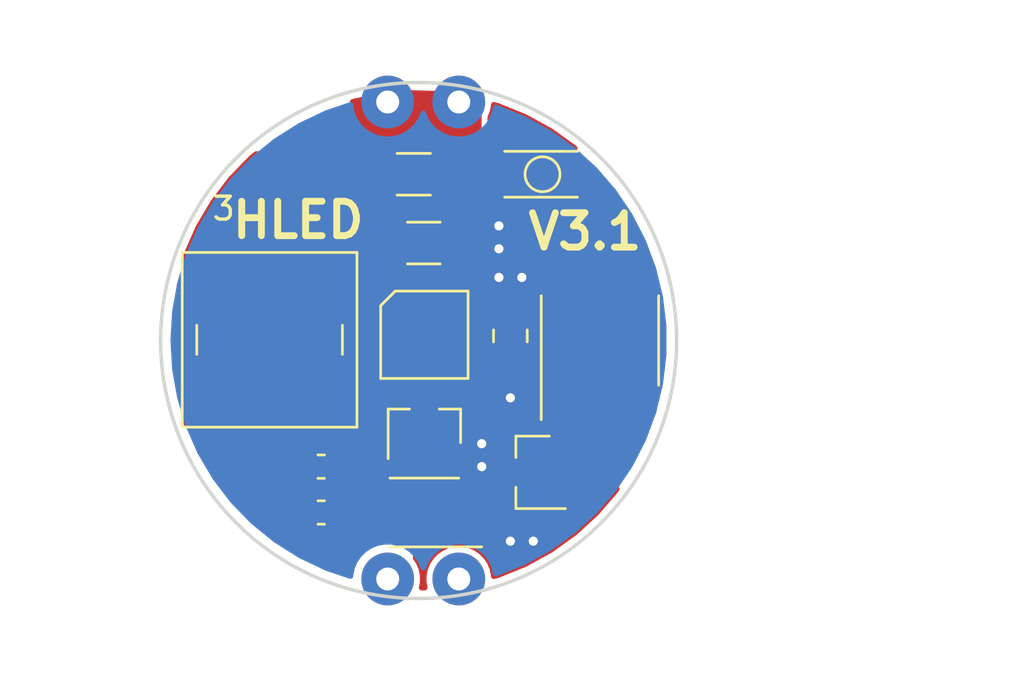
<source format=kicad_pcb>
(kicad_pcb (version 20171130) (host pcbnew "(5.1.9)-1")

  (general
    (thickness 1.6)
    (drawings 4)
    (tracks 50)
    (zones 0)
    (modules 13)
    (nets 15)
  )

  (page A4)
  (layers
    (0 F.Cu signal)
    (31 B.Cu signal)
    (32 B.Adhes user)
    (33 F.Adhes user)
    (34 B.Paste user)
    (35 F.Paste user)
    (36 B.SilkS user)
    (37 F.SilkS user)
    (38 B.Mask user)
    (39 F.Mask user)
    (40 Dwgs.User user)
    (41 Cmts.User user)
    (42 Eco1.User user)
    (43 Eco2.User user)
    (44 Edge.Cuts user)
    (45 Margin user)
    (46 B.CrtYd user)
    (47 F.CrtYd user)
    (48 B.Fab user)
    (49 F.Fab user)
  )

  (setup
    (last_trace_width 0.25)
    (user_trace_width 0.5)
    (user_trace_width 0.75)
    (trace_clearance 0.2)
    (zone_clearance 0.254)
    (zone_45_only yes)
    (trace_min 0.2)
    (via_size 0.8)
    (via_drill 0.4)
    (via_min_size 0.4)
    (via_min_drill 0.3)
    (uvia_size 0.3)
    (uvia_drill 0.1)
    (uvias_allowed no)
    (uvia_min_size 0.2)
    (uvia_min_drill 0.1)
    (edge_width 0.05)
    (segment_width 0.2)
    (pcb_text_width 0.3)
    (pcb_text_size 1.5 1.5)
    (mod_edge_width 0.12)
    (mod_text_size 1 1)
    (mod_text_width 0.15)
    (pad_size 1.524 1.524)
    (pad_drill 0.762)
    (pad_to_mask_clearance 0)
    (aux_axis_origin 0 0)
    (visible_elements 7FFFFFFF)
    (pcbplotparams
      (layerselection 0x010fc_ffffffff)
      (usegerberextensions false)
      (usegerberattributes true)
      (usegerberadvancedattributes true)
      (creategerberjobfile true)
      (excludeedgelayer true)
      (linewidth 0.100000)
      (plotframeref false)
      (viasonmask false)
      (mode 1)
      (useauxorigin false)
      (hpglpennumber 1)
      (hpglpenspeed 20)
      (hpglpendiameter 15.000000)
      (psnegative false)
      (psa4output false)
      (plotreference true)
      (plotvalue true)
      (plotinvisibletext false)
      (padsonsilk false)
      (subtractmaskfromsilk false)
      (outputformat 1)
      (mirror false)
      (drillshape 1)
      (scaleselection 1)
      (outputdirectory ""))
  )

  (net 0 "")
  (net 1 GND)
  (net 2 +3V0)
  (net 3 "Net-(C5-Pad2)")
  (net 4 "Net-(C5-Pad1)")
  (net 5 "Net-(IC2-Pad5)")
  (net 6 "Net-(D1-Pad2)")
  (net 7 "Net-(B1-Pad1)")
  (net 8 "Net-(IC1-Pad7)")
  (net 9 "Net-(IC1-Pad6)")
  (net 10 "Net-(IC1-Pad5)")
  (net 11 "Net-(IC1-Pad4)")
  (net 12 "Net-(IC1-Pad3)")
  (net 13 "Net-(IC1-Pad2)")
  (net 14 VCC)

  (net_class Default "This is the default net class."
    (clearance 0.2)
    (trace_width 0.25)
    (via_dia 0.8)
    (via_drill 0.4)
    (uvia_dia 0.3)
    (uvia_drill 0.1)
    (add_net +3V0)
    (add_net GND)
    (add_net "Net-(B1-Pad1)")
    (add_net "Net-(C5-Pad1)")
    (add_net "Net-(C5-Pad2)")
    (add_net "Net-(D1-Pad2)")
    (add_net "Net-(IC1-Pad2)")
    (add_net "Net-(IC1-Pad3)")
    (add_net "Net-(IC1-Pad4)")
    (add_net "Net-(IC1-Pad5)")
    (add_net "Net-(IC1-Pad6)")
    (add_net "Net-(IC1-Pad7)")
    (add_net "Net-(IC2-Pad5)")
    (add_net VCC)
  )

  (module tritiled_library:KXT-321-LHS (layer F.Cu) (tedit 60275D68) (tstamp 6027BB0F)
    (at 154.75 85.5)
    (path /602640D6)
    (fp_text reference SW1 (at 7.25 -0.25) (layer F.Fab)
      (effects (font (size 1 1) (thickness 0.15)))
    )
    (fp_text value SMD_SWITCH3020 (at 16 -0.25) (layer F.Fab)
      (effects (font (size 1 1) (thickness 0.15)))
    )
    (fp_circle (center 1.651 0) (end 1.651 -0.762) (layer F.SilkS) (width 0.12))
    (fp_line (start 0 -1) (end 3.175 -1) (layer F.SilkS) (width 0.12))
    (fp_line (start 0 1) (end 3.175 1) (layer F.SilkS) (width 0.12))
    (pad 2 smd rect (at 3.25 0 90) (size 1.5 0.55) (layers F.Cu F.Paste F.Mask)
      (net 11 "Net-(IC1-Pad4)"))
    (pad 1 smd rect (at 0 0 90) (size 1.5 0.55) (layers F.Cu F.Paste F.Mask)
      (net 1 GND))
    (model C:/Users/chuff/Documents/GitHub/tritiled/hardware/kicad/tritiled_library.3dmodel/KXT321LHS.stp
      (offset (xyz 1.65 0 0))
      (scale (xyz 1 1 1))
      (rotate (xyz 0 0 0))
    )
  )

  (module tritiled_library:OSLON-LV (layer F.Cu) (tedit 60275A0D) (tstamp 6027B0D0)
    (at 151.25 92.5 270)
    (path /6026E578)
    (fp_text reference D1 (at -4.75 -13 180) (layer F.Fab)
      (effects (font (size 1 1) (thickness 0.15)))
    )
    (fp_text value "OSLON SV" (at -4.75 -18.25 180) (layer F.Fab)
      (effects (font (size 1 1) (thickness 0.15)))
    )
    (fp_line (start -1.905 -1.905) (end 1.905 -1.905) (layer F.SilkS) (width 0.12))
    (fp_line (start 1.905 -1.905) (end 1.905 1.905) (layer F.SilkS) (width 0.12))
    (fp_line (start 1.905 1.905) (end -1.27 1.905) (layer F.SilkS) (width 0.12))
    (fp_line (start -1.905 1.27) (end -1.905 -1.905) (layer F.SilkS) (width 0.12))
    (fp_line (start -1.905 1.27) (end -1.27 1.905) (layer F.SilkS) (width 0.12))
    (pad 3 smd rect (at 0 0 270) (size 2.8 1) (layers F.Cu F.Paste F.Mask)
      (solder_mask_margin 0.05) (solder_paste_margin -0.075))
    (pad 2 smd rect (at 0 -1.125 270) (size 2.8 0.55) (layers F.Cu F.Paste F.Mask)
      (net 6 "Net-(D1-Pad2)") (solder_mask_margin 0.05) (solder_paste_margin -0.075))
    (pad 1 smd rect (at 0 1.125 270) (size 2.8 0.55) (layers F.Cu F.Paste F.Mask)
      (net 2 +3V0) (solder_mask_margin 0.05) (solder_paste_margin -0.075))
    (model C:/Users/chuff/Documents/GitHub/tritiled/hardware/kicad/tritiled_library.3dmodel/LUW_CVBP_CE_20140509_geometry.STEP
      (offset (xyz 0 0 0.7))
      (scale (xyz 1 1 1))
      (rotate (xyz 0 0 90))
    )
  )

  (module tritiled_library:Bourns-SRR6028 (layer F.Cu) (tedit 602760EF) (tstamp 6027DA6C)
    (at 144.5 92.72 270)
    (path /6026CF70)
    (fp_text reference L1 (at 0.03 10.75 180) (layer F.Fab)
      (effects (font (size 1 1) (thickness 0.15)))
    )
    (fp_text value 1mH (at 0.03 7.5 180) (layer F.Fab)
      (effects (font (size 1 1) (thickness 0.15)))
    )
    (fp_line (start -3.81 -3.81) (end 3.81 -3.81) (layer F.SilkS) (width 0.12))
    (fp_line (start 3.81 -3.81) (end 3.81 3.81) (layer F.SilkS) (width 0.12))
    (fp_line (start 3.81 3.81) (end -3.81 3.81) (layer F.SilkS) (width 0.12))
    (fp_line (start -3.81 3.81) (end -3.81 -3.81) (layer F.SilkS) (width 0.12))
    (fp_line (start -0.635 -3.175) (end 0.635 -3.175) (layer F.SilkS) (width 0.12))
    (fp_line (start -0.635 3.175) (end 0.635 3.175) (layer F.SilkS) (width 0.12))
    (pad 2 smd custom (at 2.97 0 180) (size 0.287 0.287) (layers F.Cu F.Paste F.Mask)
      (net 6 "Net-(D1-Pad2)") (zone_connect 2)
      (options (clearance convexhull) (anchor circle))
      (primitives
        (gr_poly (pts
           (xy 3.485114 -0.603607) (xy 3.573607 -0.515114) (xy 3.630423 -0.403607) (xy 3.65 -0.28) (xy 3.65 1.92)
           (xy 2.487469 1.92) (xy 2.34771 1.636486) (xy 2.175775 1.371249) (xy 1.97402 1.127923) (xy 1.74521 0.909844)
           (xy 1.492481 0.72) (xy 1.219297 0.560993) (xy 0.929403 0.435003) (xy 0.62677 0.343756) (xy 0.315547 0.288502)
           (xy 0 0.27) (xy -0.315547 0.288502) (xy -0.62677 0.343756) (xy -0.929403 0.435003) (xy -1.219297 0.560993)
           (xy -1.492481 0.72) (xy -1.74521 0.909844) (xy -1.97402 1.127923) (xy -2.175775 1.371249) (xy -2.34771 1.636486)
           (xy -2.487469 1.92) (xy -3.65 1.92) (xy -3.65 -0.28) (xy -3.630423 -0.403607) (xy -3.573607 -0.515114)
           (xy -3.485114 -0.603607) (xy -3.373607 -0.660423) (xy -3.25 -0.68) (xy 3.25 -0.68) (xy 3.373607 -0.660423)
) (width 0))
      ))
    (pad 1 smd custom (at -2.97 0) (size 0.287 0.287) (layers F.Cu F.Paste F.Mask)
      (net 2 +3V0) (zone_connect 2)
      (options (clearance convexhull) (anchor circle))
      (primitives
        (gr_poly (pts
           (xy 3.485114 -0.603607) (xy 3.573607 -0.515114) (xy 3.630423 -0.403607) (xy 3.65 -0.28) (xy 3.65 1.92)
           (xy 2.487469 1.92) (xy 2.34771 1.636486) (xy 2.175775 1.371249) (xy 1.97402 1.127923) (xy 1.74521 0.909844)
           (xy 1.492481 0.72) (xy 1.219297 0.560993) (xy 0.929403 0.435003) (xy 0.62677 0.343756) (xy 0.315547 0.288502)
           (xy 0 0.27) (xy -0.315547 0.288502) (xy -0.62677 0.343756) (xy -0.929403 0.435003) (xy -1.219297 0.560993)
           (xy -1.492481 0.72) (xy -1.74521 0.909844) (xy -1.97402 1.127923) (xy -2.175775 1.371249) (xy -2.34771 1.636486)
           (xy -2.487469 1.92) (xy -3.65 1.92) (xy -3.65 -0.28) (xy -3.630423 -0.403607) (xy -3.573607 -0.515114)
           (xy -3.485114 -0.603607) (xy -3.373607 -0.660423) (xy -3.25 -0.68) (xy 3.25 -0.68) (xy 3.373607 -0.660423)
) (width 0))
      ))
    (model C:/Users/chuff/Documents/GitHub/tritiled/hardware/kicad/tritiled_library.3dmodel/srr6028.stp
      (at (xyz 0 0 0))
      (scale (xyz 1 1 1))
      (rotate (xyz -90 0 0))
    )
  )

  (module tritiled_library:BAT-HLD-001-THM (layer B.Cu) (tedit 602743DE) (tstamp 6027DC30)
    (at 151.25 92.75 90)
    (path /6026B199)
    (fp_text reference B1 (at 14 -13 180) (layer F.Fab)
      (effects (font (size 1 1) (thickness 0.15)))
    )
    (fp_text value BAT-HLD-0010-THM_CR2032 (at 14 0) (layer F.Fab)
      (effects (font (size 1 1) (thickness 0.15)))
    )
    (pad 1 thru_hole circle (at 10.4 -1.6 90) (size 2.3 2.3) (drill 1) (layers *.Cu *.Mask)
      (net 7 "Net-(B1-Pad1)"))
    (pad 1 thru_hole circle (at -10.4 -1.6 90) (size 2.3 2.3) (drill 1) (layers *.Cu *.Mask)
      (net 7 "Net-(B1-Pad1)"))
    (pad 1 thru_hole circle (at 10.4 1.5 90) (size 2.3 2.3) (drill 1) (layers *.Cu *.Mask)
      (net 7 "Net-(B1-Pad1)"))
    (pad 1 thru_hole circle (at -10.4 1.5 90) (size 2.3 2.3) (drill 1) (layers *.Cu *.Mask)
      (net 7 "Net-(B1-Pad1)"))
    (pad 2 smd circle (at 0 0 90) (size 17.8 17.8) (layers B.Cu B.Paste B.Mask)
      (net 1 GND))
    (model C:/Users/chuff/Documents/GitHub/tritiled/hardware/kicad/tritiled_library.3dmodel/BAT-HLD-001-THM.STEP
      (at (xyz 0 0 0))
      (scale (xyz 1 1 1))
      (rotate (xyz -90 0 0))
    )
  )

  (module Package_TO_SOT_SMD:SOT-23 (layer F.Cu) (tedit 5A02FF57) (tstamp 60274BD3)
    (at 151.25 96.5 90)
    (descr "SOT-23, Standard")
    (tags SOT-23)
    (path /602E335B)
    (attr smd)
    (fp_text reference Q1 (at -8.5 -15.25 180) (layer F.Fab)
      (effects (font (size 1 1) (thickness 0.15)))
    )
    (fp_text value IRLML62244 (at -8.5 -9 180) (layer F.Fab)
      (effects (font (size 1 1) (thickness 0.15)))
    )
    (fp_line (start 0.76 1.58) (end -0.7 1.58) (layer F.SilkS) (width 0.12))
    (fp_line (start 0.76 -1.58) (end -1.4 -1.58) (layer F.SilkS) (width 0.12))
    (fp_line (start -1.7 1.75) (end -1.7 -1.75) (layer F.CrtYd) (width 0.05))
    (fp_line (start 1.7 1.75) (end -1.7 1.75) (layer F.CrtYd) (width 0.05))
    (fp_line (start 1.7 -1.75) (end 1.7 1.75) (layer F.CrtYd) (width 0.05))
    (fp_line (start -1.7 -1.75) (end 1.7 -1.75) (layer F.CrtYd) (width 0.05))
    (fp_line (start 0.76 -1.58) (end 0.76 -0.65) (layer F.SilkS) (width 0.12))
    (fp_line (start 0.76 1.58) (end 0.76 0.65) (layer F.SilkS) (width 0.12))
    (fp_line (start -0.7 1.52) (end 0.7 1.52) (layer F.Fab) (width 0.1))
    (fp_line (start 0.7 -1.52) (end 0.7 1.52) (layer F.Fab) (width 0.1))
    (fp_line (start -0.7 -0.95) (end -0.15 -1.52) (layer F.Fab) (width 0.1))
    (fp_line (start -0.15 -1.52) (end 0.7 -1.52) (layer F.Fab) (width 0.1))
    (fp_line (start -0.7 -0.95) (end -0.7 1.5) (layer F.Fab) (width 0.1))
    (fp_text user %R (at 0 0) (layer F.Fab)
      (effects (font (size 0.5 0.5) (thickness 0.075)))
    )
    (pad 3 smd rect (at 1 0 90) (size 0.9 0.8) (layers F.Cu F.Paste F.Mask)
      (net 6 "Net-(D1-Pad2)"))
    (pad 2 smd rect (at -1 0.95 90) (size 0.9 0.8) (layers F.Cu F.Paste F.Mask)
      (net 1 GND))
    (pad 1 smd rect (at -1 -0.95 90) (size 0.9 0.8) (layers F.Cu F.Paste F.Mask)
      (net 5 "Net-(IC2-Pad5)"))
    (model ${KISYS3DMOD}/Package_TO_SOT_SMD.3dshapes/SOT-23.wrl
      (at (xyz 0 0 0))
      (scale (xyz 1 1 1))
      (rotate (xyz 0 0 0))
    )
  )

  (module Package_SO:SOIC-8_3.9x4.9mm_P1.27mm (layer F.Cu) (tedit 5D9F72B1) (tstamp 6026055C)
    (at 158.905 92.75 90)
    (descr "SOIC, 8 Pin (JEDEC MS-012AA, https://www.analog.com/media/en/package-pcb-resources/package/pkg_pdf/soic_narrow-r/r_8.pdf), generated with kicad-footprint-generator ipc_gullwing_generator.py")
    (tags "SOIC SO")
    (path /602B434F)
    (attr smd)
    (fp_text reference IC1 (at 0 5.345 180) (layer F.Fab)
      (effects (font (size 1 1) (thickness 0.15)))
    )
    (fp_text value PIC12LF1571 (at 0 12.095 180) (layer F.Fab)
      (effects (font (size 1 1) (thickness 0.15)))
    )
    (fp_line (start 3.7 -2.7) (end -3.7 -2.7) (layer F.CrtYd) (width 0.05))
    (fp_line (start 3.7 2.7) (end 3.7 -2.7) (layer F.CrtYd) (width 0.05))
    (fp_line (start -3.7 2.7) (end 3.7 2.7) (layer F.CrtYd) (width 0.05))
    (fp_line (start -3.7 -2.7) (end -3.7 2.7) (layer F.CrtYd) (width 0.05))
    (fp_line (start -1.95 -1.475) (end -0.975 -2.45) (layer F.Fab) (width 0.1))
    (fp_line (start -1.95 2.45) (end -1.95 -1.475) (layer F.Fab) (width 0.1))
    (fp_line (start 1.95 2.45) (end -1.95 2.45) (layer F.Fab) (width 0.1))
    (fp_line (start 1.95 -2.45) (end 1.95 2.45) (layer F.Fab) (width 0.1))
    (fp_line (start -0.975 -2.45) (end 1.95 -2.45) (layer F.Fab) (width 0.1))
    (fp_line (start 0 -2.56) (end -3.45 -2.56) (layer F.SilkS) (width 0.12))
    (fp_line (start 0 -2.56) (end 1.95 -2.56) (layer F.SilkS) (width 0.12))
    (fp_line (start 0 2.56) (end -1.95 2.56) (layer F.SilkS) (width 0.12))
    (fp_line (start 0 2.56) (end 1.95 2.56) (layer F.SilkS) (width 0.12))
    (fp_text user %R (at 0 0.095 180) (layer F.Fab)
      (effects (font (size 0.98 0.98) (thickness 0.15)))
    )
    (pad 8 smd roundrect (at 2.475 -1.905 90) (size 1.95 0.6) (layers F.Cu F.Paste F.Mask) (roundrect_rratio 0.25)
      (net 1 GND))
    (pad 7 smd roundrect (at 2.475 -0.635 90) (size 1.95 0.6) (layers F.Cu F.Paste F.Mask) (roundrect_rratio 0.25)
      (net 8 "Net-(IC1-Pad7)"))
    (pad 6 smd roundrect (at 2.475 0.635 90) (size 1.95 0.6) (layers F.Cu F.Paste F.Mask) (roundrect_rratio 0.25)
      (net 9 "Net-(IC1-Pad6)"))
    (pad 5 smd roundrect (at 2.475 1.905 90) (size 1.95 0.6) (layers F.Cu F.Paste F.Mask) (roundrect_rratio 0.25)
      (net 10 "Net-(IC1-Pad5)"))
    (pad 4 smd roundrect (at -2.475 1.905 90) (size 1.95 0.6) (layers F.Cu F.Paste F.Mask) (roundrect_rratio 0.25)
      (net 11 "Net-(IC1-Pad4)"))
    (pad 3 smd roundrect (at -2.475 0.635 90) (size 1.95 0.6) (layers F.Cu F.Paste F.Mask) (roundrect_rratio 0.25)
      (net 12 "Net-(IC1-Pad3)"))
    (pad 2 smd roundrect (at -2.475 -0.635 90) (size 1.95 0.6) (layers F.Cu F.Paste F.Mask) (roundrect_rratio 0.25)
      (net 13 "Net-(IC1-Pad2)"))
    (pad 1 smd roundrect (at -2.475 -1.905 90) (size 1.95 0.6) (layers F.Cu F.Paste F.Mask) (roundrect_rratio 0.25)
      (net 2 +3V0))
    (model ${KISYS3DMOD}/Package_SO.3dshapes/SOIC-8_3.9x4.9mm_P1.27mm.wrl
      (at (xyz 0 0 0))
      (scale (xyz 1 1 1))
      (rotate (xyz 0 0 0))
    )
  )

  (module Capacitor_SMD:C_0603_1608Metric (layer F.Cu) (tedit 5F68FEEE) (tstamp 6027DB69)
    (at 146.75 100.25)
    (descr "Capacitor SMD 0603 (1608 Metric), square (rectangular) end terminal, IPC_7351 nominal, (Body size source: IPC-SM-782 page 76, https://www.pcb-3d.com/wordpress/wp-content/uploads/ipc-sm-782a_amendment_1_and_2.pdf), generated with kicad-footprint-generator")
    (tags capacitor)
    (path /6027FD04)
    (attr smd)
    (fp_text reference R3 (at -10.75 0) (layer F.Fab)
      (effects (font (size 1 1) (thickness 0.15)))
    )
    (fp_text value 51k (at -7.75 0) (layer F.Fab)
      (effects (font (size 1 1) (thickness 0.15)))
    )
    (fp_line (start 1.48 0.73) (end -1.48 0.73) (layer F.CrtYd) (width 0.05))
    (fp_line (start 1.48 -0.73) (end 1.48 0.73) (layer F.CrtYd) (width 0.05))
    (fp_line (start -1.48 -0.73) (end 1.48 -0.73) (layer F.CrtYd) (width 0.05))
    (fp_line (start -1.48 0.73) (end -1.48 -0.73) (layer F.CrtYd) (width 0.05))
    (fp_line (start -0.14058 0.51) (end 0.14058 0.51) (layer F.SilkS) (width 0.12))
    (fp_line (start -0.14058 -0.51) (end 0.14058 -0.51) (layer F.SilkS) (width 0.12))
    (fp_line (start 0.8 0.4) (end -0.8 0.4) (layer F.Fab) (width 0.1))
    (fp_line (start 0.8 -0.4) (end 0.8 0.4) (layer F.Fab) (width 0.1))
    (fp_line (start -0.8 -0.4) (end 0.8 -0.4) (layer F.Fab) (width 0.1))
    (fp_line (start -0.8 0.4) (end -0.8 -0.4) (layer F.Fab) (width 0.1))
    (fp_text user %R (at 0 0) (layer F.Fab)
      (effects (font (size 0.4 0.4) (thickness 0.06)))
    )
    (pad 2 smd roundrect (at 0.775 0) (size 0.9 0.95) (layers F.Cu F.Paste F.Mask) (roundrect_rratio 0.25)
      (net 4 "Net-(C5-Pad1)"))
    (pad 1 smd roundrect (at -0.775 0) (size 0.9 0.95) (layers F.Cu F.Paste F.Mask) (roundrect_rratio 0.25)
      (net 14 VCC))
    (model ${KISYS3DMOD}/Capacitor_SMD.3dshapes/C_0603_1608Metric.wrl
      (at (xyz 0 0 0))
      (scale (xyz 1 1 1))
      (rotate (xyz 0 0 0))
    )
  )

  (module Resistor_SMD:R_1206_3216Metric (layer F.Cu) (tedit 5F68FEEE) (tstamp 6027DC71)
    (at 150.7875 85.5)
    (descr "Resistor SMD 1206 (3216 Metric), square (rectangular) end terminal, IPC_7351 nominal, (Body size source: IPC-SM-782 page 72, https://www.pcb-3d.com/wordpress/wp-content/uploads/ipc-sm-782a_amendment_1_and_2.pdf), generated with kicad-footprint-generator")
    (tags resistor)
    (path /60260EF8)
    (attr smd)
    (fp_text reference R2 (at -12.5375 -2.5) (layer F.Fab)
      (effects (font (size 1 1) (thickness 0.15)))
    )
    (fp_text value 100 (at -9.2875 -2.5) (layer F.Fab)
      (effects (font (size 1 1) (thickness 0.15)))
    )
    (fp_line (start 2.28 1.12) (end -2.28 1.12) (layer F.CrtYd) (width 0.05))
    (fp_line (start 2.28 -1.12) (end 2.28 1.12) (layer F.CrtYd) (width 0.05))
    (fp_line (start -2.28 -1.12) (end 2.28 -1.12) (layer F.CrtYd) (width 0.05))
    (fp_line (start -2.28 1.12) (end -2.28 -1.12) (layer F.CrtYd) (width 0.05))
    (fp_line (start -0.727064 0.91) (end 0.727064 0.91) (layer F.SilkS) (width 0.12))
    (fp_line (start -0.727064 -0.91) (end 0.727064 -0.91) (layer F.SilkS) (width 0.12))
    (fp_line (start 1.6 0.8) (end -1.6 0.8) (layer F.Fab) (width 0.1))
    (fp_line (start 1.6 -0.8) (end 1.6 0.8) (layer F.Fab) (width 0.1))
    (fp_line (start -1.6 -0.8) (end 1.6 -0.8) (layer F.Fab) (width 0.1))
    (fp_line (start -1.6 0.8) (end -1.6 -0.8) (layer F.Fab) (width 0.1))
    (fp_text user %R (at 0 0) (layer F.Fab)
      (effects (font (size 0.8 0.8) (thickness 0.12)))
    )
    (pad 2 smd roundrect (at 1.4625 0) (size 1.125 1.75) (layers F.Cu F.Paste F.Mask) (roundrect_rratio 0.222222)
      (net 7 "Net-(B1-Pad1)"))
    (pad 1 smd roundrect (at -1.4625 0) (size 1.125 1.75) (layers F.Cu F.Paste F.Mask) (roundrect_rratio 0.222222)
      (net 2 +3V0))
    (model ${KISYS3DMOD}/Resistor_SMD.3dshapes/R_1206_3216Metric.wrl
      (at (xyz 0 0 0))
      (scale (xyz 1 1 1))
      (rotate (xyz 0 0 0))
    )
  )

  (module Package_TO_SOT_SMD:SOT-23 (layer F.Cu) (tedit 5A02FF57) (tstamp 6027D8E0)
    (at 156 98.5 180)
    (descr "SOT-23, Standard")
    (tags SOT-23)
    (path /602DFF11)
    (attr smd)
    (fp_text reference Q2 (at -7 0) (layer F.Fab)
      (effects (font (size 1 1) (thickness 0.15)))
    )
    (fp_text value DMG2305UX (at -13 0) (layer F.Fab)
      (effects (font (size 1 1) (thickness 0.15)))
    )
    (fp_line (start 0.76 1.58) (end -0.7 1.58) (layer F.SilkS) (width 0.12))
    (fp_line (start 0.76 -1.58) (end -1.4 -1.58) (layer F.SilkS) (width 0.12))
    (fp_line (start -1.7 1.75) (end -1.7 -1.75) (layer F.CrtYd) (width 0.05))
    (fp_line (start 1.7 1.75) (end -1.7 1.75) (layer F.CrtYd) (width 0.05))
    (fp_line (start 1.7 -1.75) (end 1.7 1.75) (layer F.CrtYd) (width 0.05))
    (fp_line (start -1.7 -1.75) (end 1.7 -1.75) (layer F.CrtYd) (width 0.05))
    (fp_line (start 0.76 -1.58) (end 0.76 -0.65) (layer F.SilkS) (width 0.12))
    (fp_line (start 0.76 1.58) (end 0.76 0.65) (layer F.SilkS) (width 0.12))
    (fp_line (start -0.7 1.52) (end 0.7 1.52) (layer F.Fab) (width 0.1))
    (fp_line (start 0.7 -1.52) (end 0.7 1.52) (layer F.Fab) (width 0.1))
    (fp_line (start -0.7 -0.95) (end -0.15 -1.52) (layer F.Fab) (width 0.1))
    (fp_line (start -0.15 -1.52) (end 0.7 -1.52) (layer F.Fab) (width 0.1))
    (fp_line (start -0.7 -0.95) (end -0.7 1.5) (layer F.Fab) (width 0.1))
    (fp_text user %R (at 0 0 90) (layer F.Fab)
      (effects (font (size 0.5 0.5) (thickness 0.075)))
    )
    (pad 3 smd rect (at 1 0 180) (size 0.9 0.8) (layers F.Cu F.Paste F.Mask)
      (net 14 VCC))
    (pad 2 smd rect (at -1 0.95 180) (size 0.9 0.8) (layers F.Cu F.Paste F.Mask)
      (net 2 +3V0))
    (pad 1 smd rect (at -1 -0.95 180) (size 0.9 0.8) (layers F.Cu F.Paste F.Mask)
      (net 13 "Net-(IC1-Pad2)"))
    (model ${KISYS3DMOD}/Package_TO_SOT_SMD.3dshapes/SOT-23.wrl
      (at (xyz 0 0 0))
      (scale (xyz 1 1 1))
      (rotate (xyz 0 0 0))
    )
  )

  (module Package_SO:SSOP-8_2.95x2.8mm_P0.65mm (layer F.Cu) (tedit 5A02F25C) (tstamp 602604F6)
    (at 151.25 100.25 180)
    (descr "SSOP-8 2.9 x2.8mm Pitch 0.65mm")
    (tags "SSOP-8 2.95x2.8mm Pitch 0.65mm")
    (path /60284C31)
    (attr smd)
    (fp_text reference IC2 (at 2.5 -7.25) (layer F.Fab)
      (effects (font (size 1 1) (thickness 0.15)))
    )
    (fp_text value 74LVC1G123 (at -4.25 -7.25) (layer F.Fab)
      (effects (font (size 1 1) (thickness 0.15)))
    )
    (fp_line (start 1.475 -1.4) (end 1.475 1.4) (layer F.Fab) (width 0.1))
    (fp_line (start 1.475 1.4) (end -1.475 1.4) (layer F.Fab) (width 0.1))
    (fp_line (start -1.475 1.4) (end -1.475 -0.7) (layer F.Fab) (width 0.1))
    (fp_line (start -0.475 -1.4) (end 1.475 -1.4) (layer F.Fab) (width 0.1))
    (fp_line (start -0.475 -1.4) (end -1.475 -0.7) (layer F.Fab) (width 0.1))
    (fp_line (start 1.5 -1.5) (end -2.5 -1.5) (layer F.SilkS) (width 0.12))
    (fp_line (start 1.5 1.5) (end -1.5 1.5) (layer F.SilkS) (width 0.12))
    (fp_line (start 2.75 -1.65) (end 2.75 1.65) (layer F.CrtYd) (width 0.05))
    (fp_line (start 2.75 1.65) (end -2.75 1.65) (layer F.CrtYd) (width 0.05))
    (fp_line (start -2.75 1.65) (end -2.75 -1.65) (layer F.CrtYd) (width 0.05))
    (fp_line (start -2.75 -1.65) (end 2.75 -1.65) (layer F.CrtYd) (width 0.05))
    (fp_text user %R (at 0 0) (layer F.Fab)
      (effects (font (size 0.6 0.6) (thickness 0.15)))
    )
    (pad 8 smd rect (at 1.7 -0.975 90) (size 0.3 1.6) (layers F.Cu F.Paste F.Mask)
      (net 14 VCC))
    (pad 7 smd rect (at 1.7 -0.325 90) (size 0.3 1.6) (layers F.Cu F.Paste F.Mask)
      (net 4 "Net-(C5-Pad1)"))
    (pad 6 smd rect (at 1.7 0.325 90) (size 0.3 1.6) (layers F.Cu F.Paste F.Mask)
      (net 3 "Net-(C5-Pad2)"))
    (pad 5 smd rect (at 1.7 0.975 90) (size 0.3 1.6) (layers F.Cu F.Paste F.Mask)
      (net 5 "Net-(IC2-Pad5)"))
    (pad 4 smd rect (at -1.7 0.975 90) (size 0.3 1.6) (layers F.Cu F.Paste F.Mask)
      (net 1 GND))
    (pad 3 smd rect (at -1.7 0.325 90) (size 0.3 1.6) (layers F.Cu F.Paste F.Mask)
      (net 14 VCC))
    (pad 2 smd rect (at -1.7 -0.325 90) (size 0.3 1.6) (layers F.Cu F.Paste F.Mask)
      (net 12 "Net-(IC1-Pad3)"))
    (pad 1 smd rect (at -1.7 -0.975 90) (size 0.3 1.6) (layers F.Cu F.Paste F.Mask)
      (net 1 GND))
    (model ${KISYS3DMOD}/Package_SO.3dshapes/SSOP-8_2.95x2.8mm_P0.65mm.wrl
      (at (xyz 0 0 0))
      (scale (xyz 1 1 1))
      (rotate (xyz 0 0 0))
    )
  )

  (module Capacitor_SMD:C_0603_1608Metric (layer F.Cu) (tedit 5F68FEEE) (tstamp 6027D75D)
    (at 146.75 98.25 180)
    (descr "Capacitor SMD 0603 (1608 Metric), square (rectangular) end terminal, IPC_7351 nominal, (Body size source: IPC-SM-782 page 76, https://www.pcb-3d.com/wordpress/wp-content/uploads/ipc-sm-782a_amendment_1_and_2.pdf), generated with kicad-footprint-generator")
    (tags capacitor)
    (path /6029422F)
    (attr smd)
    (fp_text reference C5 (at 12.75 0) (layer F.Fab)
      (effects (font (size 1 1) (thickness 0.15)))
    )
    (fp_text value 100nF (at 8.75 0) (layer F.Fab)
      (effects (font (size 1 1) (thickness 0.15)))
    )
    (fp_line (start 1.48 0.73) (end -1.48 0.73) (layer F.CrtYd) (width 0.05))
    (fp_line (start 1.48 -0.73) (end 1.48 0.73) (layer F.CrtYd) (width 0.05))
    (fp_line (start -1.48 -0.73) (end 1.48 -0.73) (layer F.CrtYd) (width 0.05))
    (fp_line (start -1.48 0.73) (end -1.48 -0.73) (layer F.CrtYd) (width 0.05))
    (fp_line (start -0.14058 0.51) (end 0.14058 0.51) (layer F.SilkS) (width 0.12))
    (fp_line (start -0.14058 -0.51) (end 0.14058 -0.51) (layer F.SilkS) (width 0.12))
    (fp_line (start 0.8 0.4) (end -0.8 0.4) (layer F.Fab) (width 0.1))
    (fp_line (start 0.8 -0.4) (end 0.8 0.4) (layer F.Fab) (width 0.1))
    (fp_line (start -0.8 -0.4) (end 0.8 -0.4) (layer F.Fab) (width 0.1))
    (fp_line (start -0.8 0.4) (end -0.8 -0.4) (layer F.Fab) (width 0.1))
    (fp_text user %R (at 0 0) (layer F.Fab)
      (effects (font (size 0.4 0.4) (thickness 0.06)))
    )
    (pad 2 smd roundrect (at 0.775 0 180) (size 0.9 0.95) (layers F.Cu F.Paste F.Mask) (roundrect_rratio 0.25)
      (net 3 "Net-(C5-Pad2)"))
    (pad 1 smd roundrect (at -0.775 0 180) (size 0.9 0.95) (layers F.Cu F.Paste F.Mask) (roundrect_rratio 0.25)
      (net 4 "Net-(C5-Pad1)"))
    (model ${KISYS3DMOD}/Capacitor_SMD.3dshapes/C_0603_1608Metric.wrl
      (at (xyz 0 0 0))
      (scale (xyz 1 1 1))
      (rotate (xyz 0 0 0))
    )
  )

  (module Capacitor_SMD:C_1206_3216Metric (layer F.Cu) (tedit 5F68FEEE) (tstamp 6027A212)
    (at 151.225 88.5)
    (descr "Capacitor SMD 1206 (3216 Metric), square (rectangular) end terminal, IPC_7351 nominal, (Body size source: IPC-SM-782 page 76, https://www.pcb-3d.com/wordpress/wp-content/uploads/ipc-sm-782a_amendment_1_and_2.pdf), generated with kicad-footprint-generator")
    (tags capacitor)
    (path /6025FAD5)
    (attr smd)
    (fp_text reference C3 (at -16.975 -2) (layer B.CrtYd)
      (effects (font (size 1 1) (thickness 0.15)))
    )
    (fp_text value 10uF (at -13.475 -2) (layer F.Fab)
      (effects (font (size 1 1) (thickness 0.15)))
    )
    (fp_line (start 2.3 1.15) (end -2.3 1.15) (layer F.CrtYd) (width 0.05))
    (fp_line (start 2.3 -1.15) (end 2.3 1.15) (layer F.CrtYd) (width 0.05))
    (fp_line (start -2.3 -1.15) (end 2.3 -1.15) (layer F.CrtYd) (width 0.05))
    (fp_line (start -2.3 1.15) (end -2.3 -1.15) (layer F.CrtYd) (width 0.05))
    (fp_line (start -0.711252 0.91) (end 0.711252 0.91) (layer F.SilkS) (width 0.12))
    (fp_line (start -0.711252 -0.91) (end 0.711252 -0.91) (layer F.SilkS) (width 0.12))
    (fp_line (start 1.6 0.8) (end -1.6 0.8) (layer F.Fab) (width 0.1))
    (fp_line (start 1.6 -0.8) (end 1.6 0.8) (layer F.Fab) (width 0.1))
    (fp_line (start -1.6 -0.8) (end 1.6 -0.8) (layer F.Fab) (width 0.1))
    (fp_line (start -1.6 0.8) (end -1.6 -0.8) (layer F.Fab) (width 0.1))
    (fp_text user %R (at 0 0) (layer F.Fab)
      (effects (font (size 0.8 0.8) (thickness 0.12)))
    )
    (pad 2 smd roundrect (at 1.475 0) (size 1.15 1.8) (layers F.Cu F.Paste F.Mask) (roundrect_rratio 0.217391)
      (net 1 GND))
    (pad 1 smd roundrect (at -1.475 0) (size 1.15 1.8) (layers F.Cu F.Paste F.Mask) (roundrect_rratio 0.217391)
      (net 2 +3V0))
    (model ${KISYS3DMOD}/Capacitor_SMD.3dshapes/C_1206_3216Metric.wrl
      (at (xyz 0 0 0))
      (scale (xyz 1 1 1))
      (rotate (xyz 0 0 0))
    )
  )

  (module Capacitor_SMD:C_0805_2012Metric (layer F.Cu) (tedit 5F68FEEE) (tstamp 6027A2EF)
    (at 155 92.55 90)
    (descr "Capacitor SMD 0805 (2012 Metric), square (rectangular) end terminal, IPC_7351 nominal, (Body size source: IPC-SM-782 page 76, https://www.pcb-3d.com/wordpress/wp-content/uploads/ipc-sm-782a_amendment_1_and_2.pdf, https://docs.google.com/spreadsheets/d/1BsfQQcO9C6DZCsRaXUlFlo91Tg2WpOkGARC1WS5S8t0/edit?usp=sharing), generated with kicad-footprint-generator")
    (tags capacitor)
    (path /6026020D)
    (attr smd)
    (fp_text reference C2 (at 2.55 9.5 180) (layer F.Fab)
      (effects (font (size 1 1) (thickness 0.15)))
    )
    (fp_text value 1uF (at 2.55 12.5 180) (layer F.Fab)
      (effects (font (size 1 1) (thickness 0.15)))
    )
    (fp_line (start 1.7 0.98) (end -1.7 0.98) (layer F.CrtYd) (width 0.05))
    (fp_line (start 1.7 -0.98) (end 1.7 0.98) (layer F.CrtYd) (width 0.05))
    (fp_line (start -1.7 -0.98) (end 1.7 -0.98) (layer F.CrtYd) (width 0.05))
    (fp_line (start -1.7 0.98) (end -1.7 -0.98) (layer F.CrtYd) (width 0.05))
    (fp_line (start -0.261252 0.735) (end 0.261252 0.735) (layer F.SilkS) (width 0.12))
    (fp_line (start -0.261252 -0.735) (end 0.261252 -0.735) (layer F.SilkS) (width 0.12))
    (fp_line (start 1 0.625) (end -1 0.625) (layer F.Fab) (width 0.1))
    (fp_line (start 1 -0.625) (end 1 0.625) (layer F.Fab) (width 0.1))
    (fp_line (start -1 -0.625) (end 1 -0.625) (layer F.Fab) (width 0.1))
    (fp_line (start -1 0.625) (end -1 -0.625) (layer F.Fab) (width 0.1))
    (fp_text user %R (at 0 0 90) (layer F.Fab)
      (effects (font (size 0.5 0.5) (thickness 0.08)))
    )
    (pad 2 smd roundrect (at 0.95 0 90) (size 1 1.45) (layers F.Cu F.Paste F.Mask) (roundrect_rratio 0.25)
      (net 1 GND))
    (pad 1 smd roundrect (at -0.95 0 90) (size 1 1.45) (layers F.Cu F.Paste F.Mask) (roundrect_rratio 0.25)
      (net 2 +3V0))
    (model ${KISYS3DMOD}/Capacitor_SMD.3dshapes/C_0805_2012Metric.wrl
      (at (xyz 0 0 0))
      (scale (xyz 1 1 1))
      (rotate (xyz 0 0 0))
    )
  )

  (gr_text 3 (at 142.5 87) (layer F.SilkS)
    (effects (font (size 1 1) (thickness 0.15)))
  )
  (gr_text HLED (at 145.75 87.5) (layer F.SilkS)
    (effects (font (size 1.5 1.5) (thickness 0.3)))
  )
  (gr_text V3.1 (at 158.25 88) (layer F.SilkS)
    (effects (font (size 1.5 1.5) (thickness 0.3)))
  )
  (gr_circle (center 151 92.75) (end 162.25 92.75) (layer Edge.Cuts) (width 0.15))

  (via (at 155 95.25) (size 0.8) (drill 0.4) (layers F.Cu B.Cu) (net 1))
  (via (at 153.75 98.25) (size 0.8) (drill 0.4) (layers F.Cu B.Cu) (net 1))
  (via (at 153.75 97.25) (size 0.8) (drill 0.4) (layers F.Cu B.Cu) (net 1))
  (via (at 154.5 87.75) (size 0.8) (drill 0.4) (layers F.Cu B.Cu) (net 1))
  (via (at 154.5 88.75) (size 0.8) (drill 0.4) (layers F.Cu B.Cu) (net 1))
  (via (at 155.5 90) (size 0.8) (drill 0.4) (layers F.Cu B.Cu) (net 1))
  (via (at 154.5 90) (size 0.8) (drill 0.4) (layers F.Cu B.Cu) (net 1))
  (via (at 155 101.5) (size 0.8) (drill 0.4) (layers F.Cu B.Cu) (net 1))
  (via (at 156 101.5) (size 0.8) (drill 0.4) (layers F.Cu B.Cu) (net 1))
  (segment (start 157 97.55) (end 157 95.225) (width 0.5) (layer F.Cu) (net 2))
  (segment (start 155 93.5) (end 156 93.5) (width 0.5) (layer F.Cu) (net 2))
  (segment (start 157 94.5) (end 157 95.225) (width 0.5) (layer F.Cu) (net 2))
  (segment (start 156 93.5) (end 157 94.5) (width 0.5) (layer F.Cu) (net 2))
  (segment (start 150 88.75) (end 149.75 88.5) (width 0.5) (layer F.Cu) (net 2))
  (segment (start 150 90) (end 150 88.75) (width 0.5) (layer F.Cu) (net 2))
  (segment (start 153.75 91.25) (end 152.5 90) (width 0.5) (layer F.Cu) (net 2))
  (segment (start 154.25 93.5) (end 153.75 93) (width 0.5) (layer F.Cu) (net 2))
  (segment (start 152.5 90) (end 150 90) (width 0.5) (layer F.Cu) (net 2))
  (segment (start 153.75 93) (end 153.75 91.25) (width 0.5) (layer F.Cu) (net 2))
  (segment (start 155 93.5) (end 154.25 93.5) (width 0.5) (layer F.Cu) (net 2))
  (segment (start 148.30001 99.72501) (end 148.30001 97.55001) (width 0.25) (layer F.Cu) (net 3))
  (segment (start 148.5 99.925) (end 148.30001 99.72501) (width 0.25) (layer F.Cu) (net 3))
  (segment (start 149.55 99.925) (end 148.5 99.925) (width 0.25) (layer F.Cu) (net 3))
  (segment (start 148.30001 97.55001) (end 148 97.25) (width 0.25) (layer F.Cu) (net 3))
  (segment (start 148 97.25) (end 146.5 97.25) (width 0.25) (layer F.Cu) (net 3))
  (segment (start 145.975 97.775) (end 145.975 98.25) (width 0.25) (layer F.Cu) (net 3))
  (segment (start 146.5 97.25) (end 145.975 97.775) (width 0.25) (layer F.Cu) (net 3))
  (segment (start 147.85 100.575) (end 147.525 100.25) (width 0.25) (layer F.Cu) (net 4))
  (segment (start 149.55 100.575) (end 147.85 100.575) (width 0.25) (layer F.Cu) (net 4))
  (segment (start 147.525 98.25) (end 147.525 100.25) (width 0.25) (layer F.Cu) (net 4))
  (segment (start 150.3 98.525) (end 149.55 99.275) (width 0.25) (layer F.Cu) (net 5))
  (segment (start 150.3 97.5) (end 150.3 98.525) (width 0.25) (layer F.Cu) (net 5))
  (segment (start 158 85.5) (end 158 87) (width 0.25) (layer F.Cu) (net 11))
  (segment (start 160.81 94.25) (end 160.81 95.225) (width 0.25) (layer F.Cu) (net 11))
  (segment (start 158.89501 92.33501) (end 160.81 94.25) (width 0.25) (layer F.Cu) (net 11))
  (segment (start 158.89501 87.89501) (end 158.89501 92.33501) (width 0.25) (layer F.Cu) (net 11))
  (segment (start 158 87) (end 158.89501 87.89501) (width 0.25) (layer F.Cu) (net 11))
  (segment (start 159.54 98.595002) (end 159.54 95.225) (width 0.25) (layer F.Cu) (net 12))
  (segment (start 157.560002 100.575) (end 159.54 98.595002) (width 0.25) (layer F.Cu) (net 12))
  (segment (start 152.95 100.575) (end 157.560002 100.575) (width 0.25) (layer F.Cu) (net 12))
  (segment (start 158.27 98.18) (end 158.27 95.225) (width 0.5) (layer F.Cu) (net 13))
  (segment (start 157 99.45) (end 158.27 98.18) (width 0.5) (layer F.Cu) (net 13))
  (segment (start 146.95 101.225) (end 145.975 100.25) (width 0.25) (layer F.Cu) (net 14))
  (segment (start 149.55 101.225) (end 146.95 101.225) (width 0.25) (layer F.Cu) (net 14))
  (segment (start 152.064998 99.925) (end 152.95 99.925) (width 0.25) (layer F.Cu) (net 14))
  (segment (start 150.764998 101.225) (end 152.064998 99.925) (width 0.25) (layer F.Cu) (net 14))
  (segment (start 149.55 101.225) (end 150.764998 101.225) (width 0.25) (layer F.Cu) (net 14))
  (segment (start 155 98.925) (end 155 98.5) (width 0.25) (layer F.Cu) (net 14))
  (segment (start 154 99.925) (end 155 98.925) (width 0.25) (layer F.Cu) (net 14))
  (segment (start 152.95 99.925) (end 154 99.925) (width 0.25) (layer F.Cu) (net 14))

  (zone (net 7) (net_name "Net-(B1-Pad1)") (layer F.Cu) (tstamp 0) (hatch edge 0.508)
    (priority 1)
    (connect_pads yes (clearance 0.254))
    (min_thickness 0.254)
    (fill yes (arc_segments 32) (thermal_gap 0.508) (thermal_bridge_width 0.508))
    (polygon
      (pts
        (xy 154 86.75) (xy 151 86.75) (xy 151 84) (xy 148 84) (xy 148 81)
        (xy 154 81)
      )
    )
    (filled_polygon
      (pts
        (xy 151.958463 81.998638) (xy 153.223333 82.187461) (xy 153.619 82.295577) (xy 153.619 86.342184) (xy 153.592184 86.369)
        (xy 151.127 86.369) (xy 151.127 84) (xy 151.12456 83.975224) (xy 151.117333 83.951399) (xy 151.105597 83.929443)
        (xy 151.089803 83.910197) (xy 151.070557 83.894403) (xy 151.048601 83.882667) (xy 151.024776 83.87544) (xy 151 83.873)
        (xy 148.127 83.873) (xy 148.127 82.347136) (xy 148.15484 82.337724) (xy 149.406303 82.0743) (xy 150.680138 81.96074)
      )
    )
  )
  (zone (net 2) (net_name +3V0) (layer F.Cu) (tstamp 6027DC0D) (hatch edge 0.508)
    (connect_pads yes (clearance 0.254))
    (min_thickness 0.254)
    (fill yes (arc_segments 32) (thermal_gap 0.508) (thermal_bridge_width 0.508))
    (polygon
      (pts
        (xy 151 90.25) (xy 150.75 90.5) (xy 150.75 94.5) (xy 149.75 94.5) (xy 148.5 93.25)
        (xy 148.5 91.75) (xy 140.75 91.75) (xy 140.75 84.5) (xy 151 84.5)
      )
    )
    (filled_polygon
      (pts
        (xy 150.619 86.592184) (xy 150.480592 86.730592) (xy 150.43321 86.788328) (xy 150.398002 86.854198) (xy 150.376321 86.925671)
        (xy 150.369 87) (xy 150.369 91.081287) (xy 150.367157 91.1) (xy 150.367157 93.9) (xy 150.369 93.918713)
        (xy 150.369 94.119) (xy 149.657816 94.119) (xy 148.769408 93.230592) (xy 148.711672 93.18321) (xy 148.645802 93.148002)
        (xy 148.627 93.142299) (xy 148.627 91.75) (xy 148.62456 91.725224) (xy 148.617333 91.701399) (xy 148.605597 91.679443)
        (xy 148.589803 91.660197) (xy 148.570557 91.644403) (xy 148.548601 91.632667) (xy 148.524776 91.62544) (xy 148.5 91.623)
        (xy 147.127 91.623) (xy 147.127 90.25) (xy 147.12456 90.225224) (xy 147.117333 90.201399) (xy 147.105597 90.179443)
        (xy 147.089803 90.160197) (xy 146.839803 89.910197) (xy 146.820557 89.894403) (xy 146.798601 89.882667) (xy 146.774776 89.87544)
        (xy 146.75 89.873) (xy 142.25 89.873) (xy 142.225224 89.87544) (xy 142.201399 89.882667) (xy 142.179443 89.894403)
        (xy 142.160197 89.910197) (xy 141.910197 90.160197) (xy 141.894403 90.179443) (xy 141.882667 90.201399) (xy 141.87544 90.225224)
        (xy 141.873 90.25) (xy 141.873 91.623) (xy 140.877 91.623) (xy 140.877 89.006222) (xy 140.881492 88.991512)
        (xy 141.397041 87.821144) (xy 142.047395 86.719967) (xy 142.823424 85.703438) (xy 143.714233 84.785828) (xy 143.909974 84.627)
        (xy 150.619 84.627)
      )
    )
  )
  (zone (net 1) (net_name GND) (layer F.Cu) (tstamp 0) (hatch edge 0.508)
    (priority 2)
    (connect_pads yes (clearance 0.254))
    (min_thickness 0.254)
    (fill yes (arc_segments 32) (thermal_gap 0.508) (thermal_bridge_width 0.508) (smoothing chamfer) (radius 0.25))
    (polygon
      (pts
        (xy 165 93.25) (xy 158.5 105) (xy 150.75 105) (xy 150.75 94.5625) (xy 150.75 86.75)
        (xy 154 86.75) (xy 154 82) (xy 165 82)
      )
    )
    (filled_polygon
      (pts
        (xy 159.579659 99.299801) (xy 158.744773 100.268572) (xy 157.801168 101.131799) (xy 156.76209 101.877363) (xy 155.642124 102.4948)
        (xy 154.456993 102.975441) (xy 154.281 103.023531) (xy 154.281 102.99921) (xy 154.222165 102.703424) (xy 154.106755 102.424799)
        (xy 153.939205 102.174044) (xy 153.725956 101.960795) (xy 153.475201 101.793245) (xy 153.196576 101.677835) (xy 152.90079 101.619)
        (xy 152.59921 101.619) (xy 152.303424 101.677835) (xy 152.024799 101.793245) (xy 151.774044 101.960795) (xy 151.560795 102.174044)
        (xy 151.393245 102.424799) (xy 151.277835 102.703424) (xy 151.219 102.99921) (xy 151.219 103.30079) (xy 151.262997 103.52198)
        (xy 151.136256 103.525738) (xy 151.181 103.30079) (xy 151.181 102.99921) (xy 151.122165 102.703424) (xy 151.006755 102.424799)
        (xy 150.877 102.230608) (xy 150.877 101.719793) (xy 150.959573 101.694745) (xy 151.047477 101.647759) (xy 151.124525 101.584527)
        (xy 151.140374 101.565215) (xy 151.80946 100.89613) (xy 151.831678 100.937696) (xy 151.879289 100.995711) (xy 151.937304 101.043322)
        (xy 152.003492 101.078701) (xy 152.075311 101.100487) (xy 152.15 101.107843) (xy 153.75 101.107843) (xy 153.824689 101.100487)
        (xy 153.888929 101.081) (xy 157.535156 101.081) (xy 157.560002 101.083447) (xy 157.584848 101.081) (xy 157.584856 101.081)
        (xy 157.659195 101.073678) (xy 157.754577 101.044745) (xy 157.842481 100.997759) (xy 157.919529 100.934527) (xy 157.935378 100.915215)
        (xy 159.639217 99.211376)
      )
    )
    (filled_polygon
      (pts
        (xy 153.781899 93.924268) (xy 153.801657 93.948343) (xy 153.825732 93.968101) (xy 153.825734 93.968103) (xy 153.833759 93.974689)
        (xy 153.897739 94.027196) (xy 153.983568 94.073073) (xy 153.99881 94.101589) (xy 154.077512 94.197488) (xy 154.173411 94.27619)
        (xy 154.282821 94.334671) (xy 154.401538 94.370683) (xy 154.525 94.382843) (xy 155.475 94.382843) (xy 155.598462 94.370683)
        (xy 155.717179 94.334671) (xy 155.826589 94.27619) (xy 155.858024 94.250392) (xy 156.317157 94.709526) (xy 156.317157 96.05)
        (xy 156.327395 96.153953) (xy 156.357717 96.25391) (xy 156.369001 96.27502) (xy 156.369 96.814736) (xy 156.337304 96.831678)
        (xy 156.279289 96.879289) (xy 156.231678 96.937304) (xy 156.196299 97.003492) (xy 156.174513 97.075311) (xy 156.167157 97.15)
        (xy 156.167157 97.95) (xy 156.174513 98.024689) (xy 156.196299 98.096508) (xy 156.231678 98.162696) (xy 156.279289 98.220711)
        (xy 156.337304 98.268322) (xy 156.403492 98.303701) (xy 156.475311 98.325487) (xy 156.55 98.332843) (xy 157.224788 98.332843)
        (xy 156.890475 98.667157) (xy 156.55 98.667157) (xy 156.475311 98.674513) (xy 156.403492 98.696299) (xy 156.337304 98.731678)
        (xy 156.279289 98.779289) (xy 156.231678 98.837304) (xy 156.196299 98.903492) (xy 156.174513 98.975311) (xy 156.167157 99.05)
        (xy 156.167157 99.85) (xy 156.174513 99.924689) (xy 156.196299 99.996508) (xy 156.231678 100.062696) (xy 156.236851 100.069)
        (xy 154.571591 100.069) (xy 155.34022 99.300372) (xy 155.359527 99.284527) (xy 155.360909 99.282843) (xy 155.45 99.282843)
        (xy 155.524689 99.275487) (xy 155.596508 99.253701) (xy 155.662696 99.218322) (xy 155.720711 99.170711) (xy 155.768322 99.112696)
        (xy 155.803701 99.046508) (xy 155.825487 98.974689) (xy 155.832843 98.9) (xy 155.832843 98.1) (xy 155.825487 98.025311)
        (xy 155.803701 97.953492) (xy 155.768322 97.887304) (xy 155.720711 97.829289) (xy 155.662696 97.781678) (xy 155.596508 97.746299)
        (xy 155.524689 97.724513) (xy 155.45 97.717157) (xy 154.55 97.717157) (xy 154.475311 97.724513) (xy 154.403492 97.746299)
        (xy 154.337304 97.781678) (xy 154.279289 97.829289) (xy 154.231678 97.887304) (xy 154.196299 97.953492) (xy 154.174513 98.025311)
        (xy 154.167157 98.1) (xy 154.167157 98.9) (xy 154.174513 98.974689) (xy 154.188526 99.020883) (xy 153.811222 99.398187)
        (xy 153.75 99.392157) (xy 152.15 99.392157) (xy 152.075311 99.399513) (xy 152.003492 99.421299) (xy 152.000485 99.422906)
        (xy 151.965805 99.426322) (xy 151.870423 99.455255) (xy 151.782519 99.502241) (xy 151.705471 99.565473) (xy 151.689627 99.584779)
        (xy 150.877 100.397407) (xy 150.877 98.287402) (xy 150.912696 98.268322) (xy 150.970711 98.220711) (xy 151.018322 98.162696)
        (xy 151.053701 98.096508) (xy 151.075487 98.024689) (xy 151.082843 97.95) (xy 151.082843 97.05) (xy 151.075487 96.975311)
        (xy 151.053701 96.903492) (xy 151.041679 96.881) (xy 153 96.881) (xy 153.074329 96.873679) (xy 153.145802 96.851998)
        (xy 153.211672 96.81679) (xy 153.269408 96.769408) (xy 153.31679 96.711672) (xy 153.351998 96.645802) (xy 153.373679 96.574329)
        (xy 153.381 96.5) (xy 153.381 93.523368)
      )
    )
    (filled_polygon
      (pts
        (xy 154.456993 82.524559) (xy 155.642124 83.0052) (xy 156.76209 83.622637) (xy 157.799713 84.367157) (xy 157.725 84.367157)
        (xy 157.650311 84.374513) (xy 157.578492 84.396299) (xy 157.512304 84.431678) (xy 157.454289 84.479289) (xy 157.406678 84.537304)
        (xy 157.371299 84.603492) (xy 157.349513 84.675311) (xy 157.342157 84.75) (xy 157.342157 86.25) (xy 157.349513 86.324689)
        (xy 157.371299 86.396508) (xy 157.406678 86.462696) (xy 157.454289 86.520711) (xy 157.494001 86.553301) (xy 157.494001 86.975144)
        (xy 157.491553 87) (xy 157.501322 87.099192) (xy 157.530255 87.194574) (xy 157.530256 87.194575) (xy 157.577242 87.282479)
        (xy 157.640474 87.359527) (xy 157.65978 87.375371) (xy 158.38901 88.104602) (xy 158.38901 88.917157) (xy 158.12 88.917157)
        (xy 158.016047 88.927395) (xy 157.91609 88.957717) (xy 157.823968 89.006957) (xy 157.743223 89.073223) (xy 157.676957 89.153968)
        (xy 157.627717 89.24609) (xy 157.597395 89.346047) (xy 157.587157 89.45) (xy 157.587157 91.1) (xy 157.597395 91.203953)
        (xy 157.627717 91.30391) (xy 157.676957 91.396032) (xy 157.743223 91.476777) (xy 157.823968 91.543043) (xy 157.91609 91.592283)
        (xy 158.016047 91.622605) (xy 158.12 91.632843) (xy 158.389011 91.632843) (xy 158.389011 92.310154) (xy 158.386563 92.33501)
        (xy 158.396332 92.434202) (xy 158.425265 92.529584) (xy 158.437064 92.551657) (xy 158.472252 92.617489) (xy 158.535484 92.694537)
        (xy 158.554791 92.710382) (xy 159.713921 93.869513) (xy 159.69 93.867157) (xy 159.39 93.867157) (xy 159.286047 93.877395)
        (xy 159.18609 93.907717) (xy 159.093968 93.956957) (xy 159.013223 94.023223) (xy 158.946957 94.103968) (xy 158.905 94.182464)
        (xy 158.863043 94.103968) (xy 158.796777 94.023223) (xy 158.716032 93.956957) (xy 158.62391 93.907717) (xy 158.523953 93.877395)
        (xy 158.42 93.867157) (xy 158.12 93.867157) (xy 158.016047 93.877395) (xy 157.91609 93.907717) (xy 157.823968 93.956957)
        (xy 157.743223 94.023223) (xy 157.676957 94.103968) (xy 157.635 94.182464) (xy 157.593043 94.103968) (xy 157.526777 94.023223)
        (xy 157.446032 93.956957) (xy 157.35391 93.907717) (xy 157.276649 93.88428) (xy 156.468105 93.075737) (xy 156.448343 93.051657)
        (xy 156.352261 92.972804) (xy 156.242642 92.914211) (xy 156.123698 92.87813) (xy 156.030998 92.869) (xy 156.03099 92.869)
        (xy 156 92.865948) (xy 155.976452 92.868267) (xy 155.922488 92.802512) (xy 155.826589 92.72381) (xy 155.717179 92.665329)
        (xy 155.598462 92.629317) (xy 155.475 92.617157) (xy 154.525 92.617157) (xy 154.401538 92.629317) (xy 154.381 92.635547)
        (xy 154.381 91.28099) (xy 154.384052 91.25) (xy 154.381 91.219009) (xy 154.381 91.219002) (xy 154.37187 91.126302)
        (xy 154.335789 91.007358) (xy 154.277196 90.897739) (xy 154.230341 90.840646) (xy 154.218103 90.825734) (xy 154.218101 90.825732)
        (xy 154.198343 90.801657) (xy 154.174268 90.781899) (xy 152.968105 89.575737) (xy 152.948343 89.551657) (xy 152.852261 89.472804)
        (xy 152.742642 89.414211) (xy 152.623698 89.37813) (xy 152.530998 89.369) (xy 152.53099 89.369) (xy 152.5 89.365948)
        (xy 152.46901 89.369) (xy 150.877 89.369) (xy 150.877 87.052606) (xy 151.052606 86.877) (xy 153.75 86.877)
        (xy 153.774776 86.87456) (xy 153.798601 86.867333) (xy 153.820557 86.855597) (xy 153.839803 86.839803) (xy 154.089803 86.589803)
        (xy 154.105597 86.570557) (xy 154.117333 86.548601) (xy 154.12456 86.524776) (xy 154.127 86.5) (xy 154.127 83.026325)
        (xy 154.222165 82.796576) (xy 154.281 82.50079) (xy 154.281 82.476469)
      )
    )
  )
  (zone (net 6) (net_name "Net-(D1-Pad2)") (layer F.Cu) (tstamp 0) (hatch edge 0.508)
    (priority 4)
    (connect_pads yes (clearance 0.254))
    (min_thickness 0.254)
    (fill yes (arc_segments 32) (thermal_gap 0.508) (thermal_bridge_width 0.508))
    (polygon
      (pts
        (xy 153 96.5) (xy 140.75 96.5) (xy 140.75 93.5) (xy 148.5 93.5) (xy 149.5 94.5)
        (xy 152 94.5) (xy 152 91) (xy 153 91)
      )
    )
    (filled_polygon
      (pts
        (xy 152.873 91.265369) (xy 152.873 96.373) (xy 140.877 96.373) (xy 140.877 93.627) (xy 141.873 93.627)
        (xy 141.873 95.25) (xy 141.87544 95.274776) (xy 141.882667 95.298601) (xy 141.894403 95.320557) (xy 141.910197 95.339803)
        (xy 142.160197 95.589803) (xy 142.179443 95.605597) (xy 142.201399 95.617333) (xy 142.225224 95.62456) (xy 142.25 95.627)
        (xy 146.75 95.627) (xy 146.774776 95.62456) (xy 146.798601 95.617333) (xy 146.820557 95.605597) (xy 146.839803 95.589803)
        (xy 147.089803 95.339803) (xy 147.105597 95.320557) (xy 147.117333 95.298601) (xy 147.12456 95.274776) (xy 147.127 95.25)
        (xy 147.127 93.627) (xy 148.447394 93.627) (xy 149.410197 94.589803) (xy 149.429443 94.605597) (xy 149.451399 94.617333)
        (xy 149.475224 94.62456) (xy 149.5 94.627) (xy 152 94.627) (xy 152.024776 94.62456) (xy 152.048601 94.617333)
        (xy 152.070557 94.605597) (xy 152.089803 94.589803) (xy 152.105597 94.570557) (xy 152.117333 94.548601) (xy 152.12456 94.524776)
        (xy 152.127 94.5) (xy 152.127 93.959327) (xy 152.132843 93.9) (xy 152.132843 91.127) (xy 152.734631 91.127)
      )
    )
  )
  (zone (net 0) (net_name "") (layer F.Cu) (tstamp 0) (hatch edge 0.508)
    (connect_pads yes (clearance 0.254))
    (min_thickness 0.254)
    (keepout (tracks not_allowed) (vias not_allowed) (copperpour not_allowed))
    (fill (arc_segments 32) (thermal_gap 0.508) (thermal_bridge_width 0.508))
    (polygon
      (pts
        (xy 147 95.5) (xy 142 95.5) (xy 142 90) (xy 147 90)
      )
    )
  )
  (zone (net 1) (net_name GND) (layer B.Cu) (tstamp 0) (hatch edge 0.508)
    (priority 2)
    (connect_pads yes (clearance 0.35))
    (min_thickness 0.25)
    (fill yes (arc_segments 32) (thermal_gap 0.508) (thermal_bridge_width 0.508) (smoothing chamfer) (radius 0.25))
    (polygon
      (pts
        (xy 162.25 105.5) (xy 137.5 105.5) (xy 137.5 80.25) (xy 162.25 80.25)
      )
    )
    (filled_polygon
      (pts
        (xy 148.025 82.510049) (xy 148.087448 82.823995) (xy 148.209943 83.119726) (xy 148.38778 83.385877) (xy 148.614123 83.61222)
        (xy 148.880274 83.790057) (xy 149.176005 83.912552) (xy 149.489951 83.975) (xy 149.810049 83.975) (xy 150.123995 83.912552)
        (xy 150.419726 83.790057) (xy 150.685877 83.61222) (xy 150.91222 83.385877) (xy 151.090057 83.119726) (xy 151.2 82.854298)
        (xy 151.309943 83.119726) (xy 151.48778 83.385877) (xy 151.714123 83.61222) (xy 151.980274 83.790057) (xy 152.276005 83.912552)
        (xy 152.589951 83.975) (xy 152.910049 83.975) (xy 153.223995 83.912552) (xy 153.519726 83.790057) (xy 153.785877 83.61222)
        (xy 154.01222 83.385877) (xy 154.190057 83.119726) (xy 154.312552 82.823995) (xy 154.358137 82.594822) (xy 154.426887 82.613608)
        (xy 155.601698 83.090063) (xy 156.71191 83.702123) (xy 157.74194 84.441195) (xy 158.677328 85.296904) (xy 159.504943 86.257238)
        (xy 160.213167 87.308717) (xy 160.792058 88.436579) (xy 161.233491 89.624993) (xy 161.531267 90.857274) (xy 161.681208 92.116125)
        (xy 161.681208 93.383875) (xy 161.531267 94.642726) (xy 161.233491 95.875007) (xy 160.792058 97.063421) (xy 160.213167 98.191283)
        (xy 159.504943 99.242762) (xy 158.677328 100.203096) (xy 157.74194 101.058805) (xy 156.71191 101.797877) (xy 155.601698 102.409937)
        (xy 154.426887 102.886392) (xy 154.358137 102.905178) (xy 154.312552 102.676005) (xy 154.190057 102.380274) (xy 154.01222 102.114123)
        (xy 153.785877 101.88778) (xy 153.519726 101.709943) (xy 153.223995 101.587448) (xy 152.910049 101.525) (xy 152.589951 101.525)
        (xy 152.276005 101.587448) (xy 151.980274 101.709943) (xy 151.714123 101.88778) (xy 151.48778 102.114123) (xy 151.309943 102.380274)
        (xy 151.2 102.645702) (xy 151.090057 102.380274) (xy 150.91222 102.114123) (xy 150.685877 101.88778) (xy 150.419726 101.709943)
        (xy 150.123995 101.587448) (xy 149.810049 101.525) (xy 149.489951 101.525) (xy 149.176005 101.587448) (xy 148.880274 101.709943)
        (xy 148.614123 101.88778) (xy 148.38778 102.114123) (xy 148.209943 102.380274) (xy 148.087448 102.676005) (xy 148.025 102.989951)
        (xy 148.025 103.019328) (xy 146.978645 102.665579) (xy 145.834123 102.120364) (xy 144.76212 101.44361) (xy 143.777682 100.644816)
        (xy 142.89463 99.735197) (xy 142.125359 98.72752) (xy 141.480669 97.635933) (xy 140.96961 96.475757) (xy 140.599355 95.263281)
        (xy 140.375102 94.015523) (xy 140.3 92.75) (xy 140.375102 91.484477) (xy 140.599355 90.236719) (xy 140.96961 89.024243)
        (xy 141.480669 87.864067) (xy 142.125359 86.77248) (xy 142.89463 85.764803) (xy 143.777682 84.855184) (xy 144.76212 84.05639)
        (xy 145.834123 83.379636) (xy 146.978645 82.834421) (xy 148.025 82.480672)
      )
    )
  )
)

</source>
